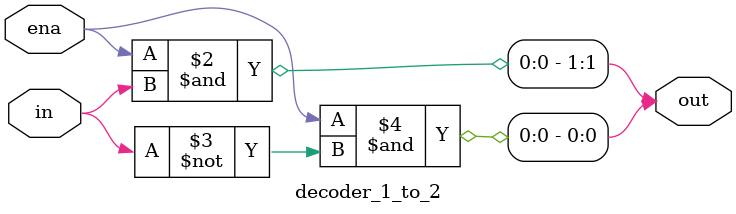
<source format=sv>
module decoder_1_to_2(ena, in, out);

input wire ena;
input wire in;
output logic [1:0] out;

// Separates the one bit number into two bits representing its states
always_comb begin
  out[1] = ena & in;
  out[0] = ena & ~in;
end

endmodule
</source>
